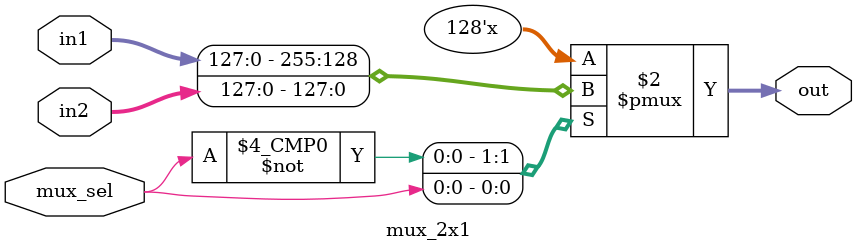
<source format=v>
module mux_2x1 (
    input wire [127:0] in1,
    input wire [127:0] in2,
    input wire mux_sel,
    output reg [127:0] out
);
    
    always @(*) begin
        
        case (mux_sel)
            1'b0: out = in1;
            
            1'b1: out = in2;
        endcase


    end


endmodule
</source>
